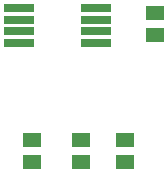
<source format=gbr>
G04 EAGLE Gerber RS-274X export*
G75*
%MOMM*%
%FSLAX34Y34*%
%LPD*%
%INSolderpaste Bottom*%
%IPPOS*%
%AMOC8*
5,1,8,0,0,1.08239X$1,22.5*%
G01*
%ADD10R,1.500000X1.300000*%
%ADD11R,2.540000X0.635000*%


D10*
X378100Y63050D03*
X378100Y82050D03*
X403300Y189700D03*
X403300Y170700D03*
D11*
X353600Y193800D03*
X353600Y183800D03*
X353600Y173800D03*
X353600Y163800D03*
X288200Y163800D03*
X288200Y173800D03*
X288200Y183800D03*
X288200Y193800D03*
D10*
X340600Y82050D03*
X340600Y63050D03*
X299400Y82050D03*
X299400Y63050D03*
M02*

</source>
